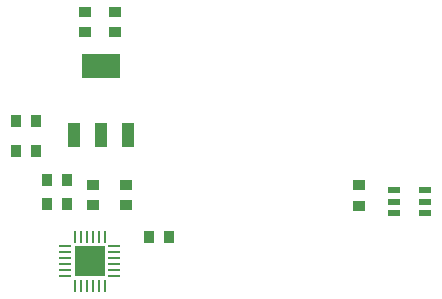
<source format=gbp>
G04*
G04 #@! TF.GenerationSoftware,Altium Limited,CircuitStudio,1.5.2 (30)*
G04*
G04 Layer_Color=16770453*
%FSLAX25Y25*%
%MOIN*%
G70*
G01*
G75*
%ADD10R,0.03543X0.03937*%
%ADD17R,0.03937X0.03543*%
%ADD35R,0.09843X0.09843*%
%ADD36R,0.00984X0.04134*%
%ADD37R,0.04134X0.00984*%
%ADD38R,0.04134X0.02362*%
%ADD39R,0.12795X0.08465*%
%ADD40R,0.03937X0.08465*%
D10*
X179063Y187315D02*
D03*
X185756D02*
D03*
X213063Y176484D02*
D03*
X219756D02*
D03*
X168717Y204953D02*
D03*
X175409D02*
D03*
Y214953D02*
D03*
X168717D02*
D03*
X179063Y195315D02*
D03*
X185756D02*
D03*
D17*
X194409Y186969D02*
D03*
Y193661D02*
D03*
X205410Y186969D02*
D03*
Y193661D02*
D03*
X283000Y186843D02*
D03*
Y193535D02*
D03*
X191803Y251402D02*
D03*
Y244709D02*
D03*
X201803D02*
D03*
Y251402D02*
D03*
D35*
X193409Y168315D02*
D03*
D36*
X198331Y176484D02*
D03*
X196362D02*
D03*
X194394D02*
D03*
X192425D02*
D03*
X190457D02*
D03*
X188488D02*
D03*
Y160146D02*
D03*
X190457D02*
D03*
X192425D02*
D03*
X194394D02*
D03*
X196362D02*
D03*
X198331D02*
D03*
D37*
X185240Y173236D02*
D03*
Y171268D02*
D03*
Y169299D02*
D03*
Y167331D02*
D03*
Y165362D02*
D03*
Y163394D02*
D03*
X201579D02*
D03*
Y165362D02*
D03*
Y167331D02*
D03*
Y169299D02*
D03*
Y171268D02*
D03*
Y173236D02*
D03*
D38*
X305217Y184449D02*
D03*
Y188189D02*
D03*
Y191929D02*
D03*
X294783D02*
D03*
Y188189D02*
D03*
Y184449D02*
D03*
D39*
X197063Y233469D02*
D03*
D40*
X188008Y210437D02*
D03*
X197063D02*
D03*
X206118D02*
D03*
M02*

</source>
